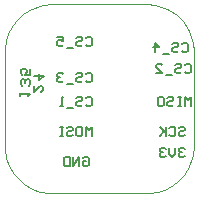
<source format=gbo>
G04 Layer_Color=32896*
%FSLAX25Y25*%
%MOIN*%
G70*
G01*
G75*
%ADD12C,0.00050*%
%ADD23C,0.00630*%
%ADD24C,0.00591*%
D12*
X62992Y47244D02*
X62961Y48233D01*
X62868Y49218D01*
X62713Y50195D01*
X62497Y51161D01*
X62221Y52110D01*
X61886Y53041D01*
X61493Y53949D01*
X61044Y54831D01*
X60541Y55682D01*
X59984Y56501D01*
X59378Y57282D01*
X58724Y58024D01*
X58024Y58724D01*
X57282Y59378D01*
X56501Y59984D01*
X55682Y60541D01*
X54831Y61044D01*
X53949Y61493D01*
X53041Y61886D01*
X52110Y62221D01*
X51161Y62497D01*
X50195Y62713D01*
X49218Y62868D01*
X48233Y62961D01*
X47244Y62992D01*
X47244Y0D02*
X48233Y31D01*
X49218Y124D01*
X50195Y279D01*
X51161Y495D01*
X52110Y771D01*
X53041Y1106D01*
X53949Y1499D01*
X54831Y1948D01*
X55682Y2451D01*
X56501Y3008D01*
X57282Y3614D01*
X58024Y4268D01*
X58724Y4968D01*
X59378Y5710D01*
X59984Y6492D01*
X60541Y7310D01*
X61044Y8161D01*
X61493Y9043D01*
X61886Y9951D01*
X62221Y10882D01*
X62497Y11832D01*
X62713Y12797D01*
X62868Y13774D01*
X62961Y14759D01*
X62992Y15748D01*
X15748Y62992D02*
X14759Y62961D01*
X13774Y62868D01*
X12797Y62713D01*
X11832Y62497D01*
X10882Y62221D01*
X9951Y61886D01*
X9043Y61493D01*
X8161Y61044D01*
X7310Y60541D01*
X6492Y59984D01*
X5710Y59378D01*
X4968Y58724D01*
X4268Y58024D01*
X3614Y57282D01*
X3008Y56501D01*
X2451Y55682D01*
X1948Y54831D01*
X1499Y53949D01*
X1106Y53041D01*
X771Y52110D01*
X495Y51160D01*
X279Y50195D01*
X124Y49218D01*
X31Y48233D01*
X0Y47244D01*
Y15748D02*
X31Y14759D01*
X124Y13774D01*
X279Y12797D01*
X495Y11832D01*
X771Y10882D01*
X1106Y9951D01*
X1499Y9043D01*
X1948Y8161D01*
X2451Y7310D01*
X3008Y6492D01*
X3614Y5710D01*
X4268Y4968D01*
X4968Y4268D01*
X5710Y3614D01*
X6492Y3008D01*
X7310Y2451D01*
X8161Y1948D01*
X9043Y1499D01*
X9951Y1106D01*
X10882Y771D01*
X11832Y495D01*
X12797Y279D01*
X13774Y124D01*
X14759Y31D01*
X15748Y0D01*
X15748D02*
X47244D01*
X0Y15748D02*
Y47244D01*
X15748Y62992D02*
X47244D01*
X62992Y15748D02*
Y47244D01*
D23*
X26901Y51624D02*
X27426Y52149D01*
X28475D01*
X29000Y51624D01*
Y49525D01*
X28475Y49000D01*
X27426D01*
X26901Y49525D01*
X23752Y51624D02*
X24277Y52149D01*
X25327D01*
X25851Y51624D01*
Y51099D01*
X25327Y50574D01*
X24277D01*
X23752Y50050D01*
Y49525D01*
X24277Y49000D01*
X25327D01*
X25851Y49525D01*
X22703Y48475D02*
X20604D01*
X17455Y52149D02*
X19554D01*
Y50574D01*
X18505Y51099D01*
X17980D01*
X17455Y50574D01*
Y49525D01*
X17980Y49000D01*
X19029D01*
X19554Y49525D01*
X58901Y49624D02*
X59426Y50149D01*
X60475D01*
X61000Y49624D01*
Y47525D01*
X60475Y47000D01*
X59426D01*
X58901Y47525D01*
X55752Y49624D02*
X56277Y50149D01*
X57327D01*
X57851Y49624D01*
Y49099D01*
X57327Y48574D01*
X56277D01*
X55752Y48050D01*
Y47525D01*
X56277Y47000D01*
X57327D01*
X57851Y47525D01*
X54703Y46475D02*
X52604D01*
X49980Y47000D02*
Y50149D01*
X51554Y48574D01*
X49455D01*
X26901Y39624D02*
X27426Y40149D01*
X28475D01*
X29000Y39624D01*
Y37525D01*
X28475Y37000D01*
X27426D01*
X26901Y37525D01*
X23752Y39624D02*
X24277Y40149D01*
X25327D01*
X25851Y39624D01*
Y39099D01*
X25327Y38574D01*
X24277D01*
X23752Y38050D01*
Y37525D01*
X24277Y37000D01*
X25327D01*
X25851Y37525D01*
X22703Y36475D02*
X20604D01*
X19554Y39624D02*
X19029Y40149D01*
X17980D01*
X17455Y39624D01*
Y39099D01*
X17980Y38574D01*
X18505D01*
X17980D01*
X17455Y38050D01*
Y37525D01*
X17980Y37000D01*
X19029D01*
X19554Y37525D01*
X59901Y42624D02*
X60426Y43149D01*
X61475D01*
X62000Y42624D01*
Y40525D01*
X61475Y40000D01*
X60426D01*
X59901Y40525D01*
X56752Y42624D02*
X57277Y43149D01*
X58327D01*
X58851Y42624D01*
Y42099D01*
X58327Y41574D01*
X57277D01*
X56752Y41050D01*
Y40525D01*
X57277Y40000D01*
X58327D01*
X58851Y40525D01*
X55703Y39475D02*
X53604D01*
X50455Y40000D02*
X52554D01*
X50455Y42099D01*
Y42624D01*
X50980Y43149D01*
X52030D01*
X52554Y42624D01*
X26901Y31624D02*
X27426Y32149D01*
X28475D01*
X29000Y31624D01*
Y29525D01*
X28475Y29000D01*
X27426D01*
X26901Y29525D01*
X23752Y31624D02*
X24277Y32149D01*
X25327D01*
X25851Y31624D01*
Y31099D01*
X25327Y30574D01*
X24277D01*
X23752Y30049D01*
Y29525D01*
X24277Y29000D01*
X25327D01*
X25851Y29525D01*
X22703Y28475D02*
X20604D01*
X19554Y29000D02*
X18505D01*
X19029D01*
Y32149D01*
X19554Y31624D01*
X62000Y29000D02*
Y32149D01*
X60950Y31099D01*
X59901Y32149D01*
Y29000D01*
X58851Y32149D02*
X57802D01*
X58327D01*
Y29000D01*
X58851D01*
X57802D01*
X54128Y31624D02*
X54653Y32149D01*
X55703D01*
X56228Y31624D01*
Y31099D01*
X55703Y30574D01*
X54653D01*
X54128Y30049D01*
Y29525D01*
X54653Y29000D01*
X55703D01*
X56228Y29525D01*
X51505Y32149D02*
X52554D01*
X53079Y31624D01*
Y29525D01*
X52554Y29000D01*
X51505D01*
X50980Y29525D01*
Y31624D01*
X51505Y32149D01*
X29000Y19000D02*
Y22149D01*
X27951Y21099D01*
X26901Y22149D01*
Y19000D01*
X24277Y22149D02*
X25327D01*
X25851Y21624D01*
Y19525D01*
X25327Y19000D01*
X24277D01*
X23752Y19525D01*
Y21624D01*
X24277Y22149D01*
X20604Y21624D02*
X21128Y22149D01*
X22178D01*
X22703Y21624D01*
Y21099D01*
X22178Y20574D01*
X21128D01*
X20604Y20050D01*
Y19525D01*
X21128Y19000D01*
X22178D01*
X22703Y19525D01*
X19554Y22149D02*
X18505D01*
X19029D01*
Y19000D01*
X19554D01*
X18505D01*
X57901Y21624D02*
X58426Y22149D01*
X59475D01*
X60000Y21624D01*
Y21099D01*
X59475Y20574D01*
X58426D01*
X57901Y20050D01*
Y19525D01*
X58426Y19000D01*
X59475D01*
X60000Y19525D01*
X54752Y21624D02*
X55277Y22149D01*
X56327D01*
X56851Y21624D01*
Y19525D01*
X56327Y19000D01*
X55277D01*
X54752Y19525D01*
X53703Y22149D02*
Y19000D01*
Y20050D01*
X51604Y22149D01*
X53178Y20574D01*
X51604Y19000D01*
X25901Y11624D02*
X26426Y12149D01*
X27475D01*
X28000Y11624D01*
Y9525D01*
X27475Y9000D01*
X26426D01*
X25901Y9525D01*
Y10574D01*
X26950D01*
X24851Y9000D02*
Y12149D01*
X22752Y9000D01*
Y12149D01*
X21703D02*
Y9000D01*
X20129D01*
X19604Y9525D01*
Y11624D01*
X20129Y12149D01*
X21703D01*
X60000Y14624D02*
X59475Y15149D01*
X58426D01*
X57901Y14624D01*
Y14099D01*
X58426Y13574D01*
X58951D01*
X58426D01*
X57901Y13049D01*
Y12525D01*
X58426Y12000D01*
X59475D01*
X60000Y12525D01*
X56851Y15149D02*
Y13049D01*
X55802Y12000D01*
X54752Y13049D01*
Y15149D01*
X53703Y14624D02*
X53178Y15149D01*
X52128D01*
X51604Y14624D01*
Y14099D01*
X52128Y13574D01*
X52653D01*
X52128D01*
X51604Y13049D01*
Y12525D01*
X52128Y12000D01*
X53178D01*
X53703Y12525D01*
D24*
X9600Y35815D02*
Y33716D01*
X11699Y35815D01*
X12224D01*
X12749Y35290D01*
Y34240D01*
X12224Y33716D01*
X5200Y32416D02*
Y33465D01*
Y32941D01*
X8349D01*
X7824Y32416D01*
X7924Y35816D02*
X8449Y36340D01*
Y37390D01*
X7924Y37915D01*
X7399D01*
X6874Y37390D01*
Y36865D01*
Y37390D01*
X6350Y37915D01*
X5825D01*
X5300Y37390D01*
Y36340D01*
X5825Y35816D01*
X9800Y39190D02*
X12949D01*
X11374Y37616D01*
Y39715D01*
X8449Y41515D02*
Y39416D01*
X6874D01*
X7399Y40465D01*
Y40990D01*
X6874Y41515D01*
X5825D01*
X5300Y40990D01*
Y39941D01*
X5825Y39416D01*
M02*

</source>
